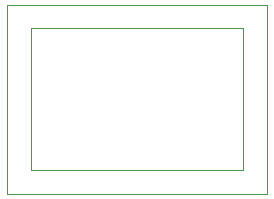
<source format=gbr>
%TF.GenerationSoftware,KiCad,Pcbnew,8.0.8*%
%TF.CreationDate,2025-04-28T13:45:04+09:00*%
%TF.ProjectId,UmiusiThrusterLEDUnit,556d6975-7369-4546-9872-75737465724c,rev?*%
%TF.SameCoordinates,Original*%
%TF.FileFunction,Other,User*%
%FSLAX46Y46*%
G04 Gerber Fmt 4.6, Leading zero omitted, Abs format (unit mm)*
G04 Created by KiCad (PCBNEW 8.0.8) date 2025-04-28 13:45:04*
%MOMM*%
%LPD*%
G01*
G04 APERTURE LIST*
%ADD10C,0.100000*%
G04 APERTURE END LIST*
D10*
X86000000Y-92000000D02*
X108000000Y-92000000D01*
X108000000Y-108000000D01*
X86000000Y-108000000D01*
X86000000Y-92000000D01*
X88000000Y-94000000D02*
X106000000Y-94000000D01*
X106000000Y-106000000D01*
X88000000Y-106000000D01*
X88000000Y-94000000D01*
M02*

</source>
